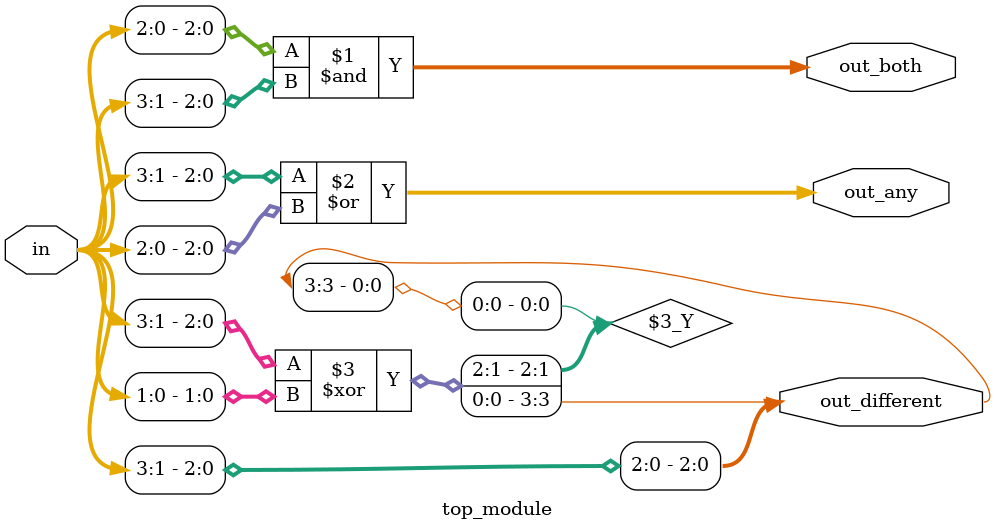
<source format=sv>
module top_module (
	input [3:0] in,
	output [2:0] out_both,
	output [3:1] out_any,
	output [3:0] out_different
);

	assign out_both = in[2:0] & in[3:1];
	assign out_any = in[3:1] | in[2:0];
	assign out_different = {in[3:1] ^ in[1:0], in[3:1]};

endmodule

</source>
